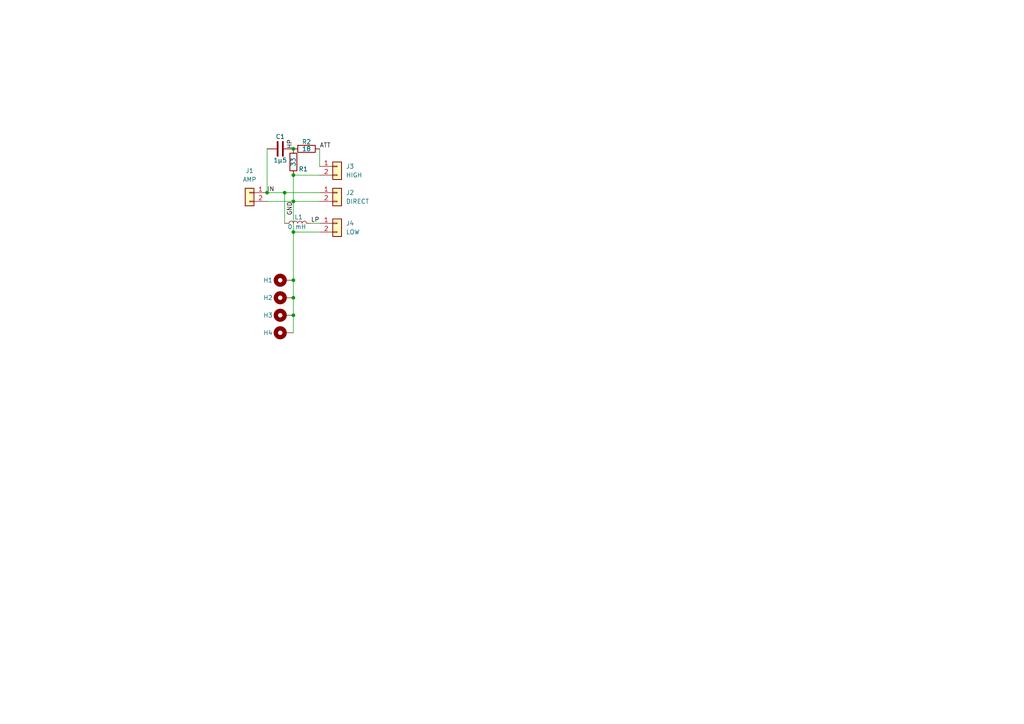
<source format=kicad_sch>
(kicad_sch (version 20231120) (generator "eeschema") (generator_version "8.0")
  (paper "A4")
  (title_block (title "TuchAudio L51p Passive Speaker Filter") (date "2025-08-07") (rev "v1.1") (company "@zuiko21") (comment 1 "f=7 kHz, HIGH pass att. -10 dB") (comment 2 "Tweeter: AD0140/T8") (comment 3 "Woofer: AD5060/W8 @DIRECT") (comment 4 "Powered by PHILIPS"))
  (lib_symbols
    (symbol "Connector_Generic:Conn_01x02" (pin_names (offset 1.016) hide)
      (property "Reference" "J" (at 0 2.54 0))
      (property "Value" "Conn_01x02" (at 0 -5.08 0))
      (symbol "Conn_01x02_1_1"
        (rectangle (start -1.27 -2.413) (end 0 -2.667) (stroke (width 0.1524)))
        (rectangle (start -1.27 0.127) (end 0 -0.127) (stroke (width 0.1524)))
        (rectangle (start -1.27 1.27) (end 1.27 -3.81) (stroke (width 0.254)) (fill (type background)))
        (pin passive line (at -5.08 0 0) (length 3.81) (name "Pin_1") (number "1"))
        (pin passive line (at -5.08 -2.54 0) (length 3.81) (name "Pin_2") (number "2"))
      )
    )
    (symbol "Device:C" (pin_numbers hide) (pin_names (offset 0.254))
      (property "Reference" "C" (at 0.635 2.54 0))
      (property "Value" "C" (at 0.635 -2.54 0))
      (symbol "C_0_1"
        (polyline (pts (xy -2.032 -0.762) (xy 2.032 -0.762)) (stroke (width 0.508)))
        (polyline (pts (xy -2.032 0.762) (xy 2.032 0.762)) (stroke (width 0.508)))
      )
      (symbol "C_1_1"
        (pin passive line (at 0 3.81 270) (length 2.794) (name "~") (number "1"))
        (pin passive line (at 0 -3.81 90) (length 2.794) (name "~") (number "2"))
      )
    )
    (symbol "Device:L" (pin_numbers hide) (pin_names (offset 1.016) hide)
      (property "Reference" "L" (at -1.27 0 90))
      (property "Value" "L" (at 1.905 0 90))
      (symbol "L_0_1"
        (arc (start 0 -2.54) (mid 0.6323 -1.905) (end 0 -1.27))
        (arc (start 0 -1.27) (mid 0.6323 -0.635) (end 0 0))
        (arc (start 0 0) (mid 0.6323 0.635) (end 0 1.27))
        (arc (start 0 1.27) (mid 0.6323 1.905) (end 0 2.54))
      )
      (symbol "L_1_1"
        (pin passive line (at 0 3.81 270) (length 1.27) (name "1") (number "1"))
        (pin passive line (at 0 -3.81 90) (length 1.27) (name "2") (number "2"))
      )
    )
    (symbol "Device:R" (pin_numbers hide) (pin_names (offset 0))
      (property "Reference" "R" (at 2.032 0 90))
      (property "Value" "R" (at 0 0 90))
      (symbol "R_0_1"
        (rectangle (start -1.016 -2.54) (end 1.016 2.54) (stroke (width 0.254)))
      )
      (symbol "R_1_1"
        (pin passive line (at 0 3.81 270) (length 1.27) (name "~") (number "1"))
        (pin passive line (at 0 -3.81 90) (length 1.27) (name "~") (number "2"))
      )
    )
    (symbol "Mechanical:MountingHole_Pad" (pin_numbers hide) (pin_names (offset 1.016) hide) (exclude_from_sim yes) (in_bom no)
      (property "Reference" "H" (at 0 6.35 0))
      (property "Value" "MountingHole_Pad" (at 0 4.445 0))
      (symbol "MountingHole_Pad_0_1"
        (circle (center 0 1.27) (radius 1.27) (stroke (width 1.27)))
      )
      (symbol "MountingHole_Pad_1_1"
        (pin input line (at 0 -2.54 90) (length 2.54) (name "1") (number "1"))
      )
    )
  )
  (junction (at 77.47 55.88))
  (junction (at 82.55 55.88))
  (junction (at 85.09 86.36))
  (junction (at 85.09 50.8))
  (junction (at 85.09 43.18))
  (junction (at 85.09 67.31))
  (junction (at 85.09 58.42))
  (junction (at 85.09 91.44))
  (junction (at 85.09 81.28))
  (wire (pts (xy 77.47 55.88) (xy 82.55 55.88)))
  (wire (pts (xy 90.17 64.77) (xy 92.71 64.77)))
  (wire (pts (xy 77.47 43.18) (xy 77.47 55.88)))
  (wire (pts (xy 82.55 55.88) (xy 82.55 64.77)))
  (wire (pts (xy 85.09 67.31) (xy 92.71 67.31)))
  (wire (pts (xy 85.09 50.8) (xy 92.71 50.8)))
  (wire (pts (xy 85.09 58.42) (xy 85.09 67.31)))
  (wire (pts (xy 82.55 55.88) (xy 92.71 55.88)))
  (wire (pts (xy 85.09 67.31) (xy 85.09 81.28)))
  (wire (pts (xy 85.09 81.28) (xy 85.09 86.36)))
  (wire (pts (xy 85.09 58.42) (xy 92.71 58.42)))
  (wire (pts (xy 92.71 43.18) (xy 92.71 48.26)))
  (wire (pts (xy 77.47 58.42) (xy 85.09 58.42)))
  (wire (pts (xy 85.09 50.8) (xy 85.09 58.42)))
  (wire (pts (xy 85.09 86.36) (xy 85.09 91.44)))
  (wire (pts (xy 85.09 91.44) (xy 85.09 96.52)))
  (label "LP" (at 90.17 64.77 0))
  (label "HP" (at 85.09 43.18 90))
  (label "GND" (at 85.09 58.42 270))
  (label "ATT" (at 92.71 43.18 0))
  (label "IN" (at 77.47 55.88 0))
  (symbol (lib_id "Mechanical:MountingHole_Pad") (at 82.55 91.44 90) (unit 1) (exclude_from_sim yes) (in_bom no)
    (property "Reference" "H3" (at 77.724 91.44 90))
    (property "Value" "MountingHole_Pad" (effects (hide yes)))
    (property "Footprint" "MountingHole:MountingHole_3.2mm_M3_DIN965_Pad" (effects (hide yes)))
    (property "Description" "Mounting Hole with connection" (effects (hide yes)))
  )
  (symbol (lib_id "Connector_Generic:Conn_01x02") (at 97.79 64.77 0) (unit 1)
    (property "Reference" "J4" (at 100.33 64.7699 0) (effects (justify left)))
    (property "Value" "LOW" (at 100.33 67.3099 0) (effects (justify left)))
    (property "Footprint" "TerminalBlock:TerminalBlock_MaiXu_MX126-5.0-02P_1x02_P5.00mm" (effects (hide yes)))
    (property "Description" "Generic connector, single row, 01x02, script generated (kicad-library-utils/schlib/autogen/connector/)" (effects (hide yes)))
  )
  (symbol (lib_id "Connector_Generic:Conn_01x02") (at 97.79 55.88 0) (unit 1)
    (property "Reference" "J2" (at 100.33 55.8799 0) (effects (justify left)))
    (property "Value" "DIRECT" (at 100.33 58.4199 0) (effects (justify left)))
    (property "Footprint" "TerminalBlock:TerminalBlock_MaiXu_MX126-5.0-02P_1x02_P5.00mm" (effects (hide yes)))
    (property "Description" "Generic connector, single row, 01x02, script generated (kicad-library-utils/schlib/autogen/connector/)" (effects (hide yes)))
  )
  (symbol (lib_id "Device:L") (at 86.36 64.77 90) (unit 1)
    (property "Reference" "L1" (at 86.614 62.992 90))
    (property "Value" "0 mH" (at 86.106 65.786 90))
    (property "Footprint" "Inductor_THT:L_Toroid_Vertical_L28.6mm_W14.3mm_P11.43mm_Bourns_5700" (effects (hide yes)))
    (property "Description" "Inductor" (effects (hide yes)))
  )
  (symbol (lib_id "Mechanical:MountingHole_Pad") (at 82.55 81.28 90) (unit 1) (exclude_from_sim yes) (in_bom no)
    (property "Reference" "H1" (at 77.724 81.28 90))
    (property "Value" "MountingHole_Pad" (effects (hide yes)))
    (property "Footprint" "MountingHole:MountingHole_3.2mm_M3_DIN965_Pad" (effects (hide yes)))
    (property "Description" "Mounting Hole with connection" (effects (hide yes)))
  )
  (symbol (lib_id "Connector_Generic:Conn_01x02") (at 72.39 55.88 0) (mirror y) (unit 1)
    (property "Reference" "J1" (at 72.39 49.53 0))
    (property "Value" "AMP" (at 72.39 52.07 0))
    (property "Footprint" "TerminalBlock:TerminalBlock_MaiXu_MX126-5.0-02P_1x02_P5.00mm" (effects (hide yes)))
    (property "Description" "Generic connector, single row, 01x02, script generated (kicad-library-utils/schlib/autogen/connector/)" (effects (hide yes)))
  )
  (symbol (lib_id "Mechanical:MountingHole_Pad") (at 82.55 96.52 90) (unit 1) (exclude_from_sim yes) (in_bom no)
    (property "Reference" "H4" (at 77.724 96.52 90))
    (property "Value" "MountingHole_Pad" (effects (hide yes)))
    (property "Footprint" "MountingHole:MountingHole_3.2mm_M3_DIN965_Pad" (effects (hide yes)))
    (property "Description" "Mounting Hole with connection" (effects (hide yes)))
  )
  (symbol (lib_id "Connector_Generic:Conn_01x02") (at 97.79 48.26 0) (unit 1)
    (property "Reference" "J3" (at 100.33 48.2599 0) (effects (justify left)))
    (property "Value" "HIGH" (at 100.33 50.7999 0) (effects (justify left)))
    (property "Footprint" "TerminalBlock:TerminalBlock_MaiXu_MX126-5.0-02P_1x02_P5.00mm" (effects (hide yes)))
    (property "Description" "Generic connector, single row, 01x02, script generated (kicad-library-utils/schlib/autogen/connector/)" (effects (hide yes)))
  )
  (symbol (lib_id "Device:C") (at 81.28 43.18 90) (unit 1)
    (property "Reference" "C1" (at 81.28 39.624 90))
    (property "Value" "1µ5" (at 81.28 46.482 90))
    (property "Footprint" "Capacitor_THT:CP_Axial_L30.0mm_D15.0mm_P35.00mm_Horizontal" (effects (hide yes)))
    (property "Description" "Unpolarized capacitor" (effects (hide yes)))
  )
  (symbol (lib_id "Mechanical:MountingHole_Pad") (at 82.55 86.36 90) (unit 1) (exclude_from_sim yes) (in_bom no)
    (property "Reference" "H2" (at 77.724 86.36 90))
    (property "Value" "MountingHole_Pad" (effects (hide yes)))
    (property "Footprint" "MountingHole:MountingHole_3.2mm_M3_DIN965_Pad" (effects (hide yes)))
    (property "Description" "Mounting Hole with connection" (effects (hide yes)))
  )
  (symbol (lib_id "Device:R") (at 88.9 43.18 90) (unit 1)
    (property "Reference" "R2" (at 88.9 41.148 90))
    (property "Value" "18" (at 88.9 43.18 90))
    (property "Footprint" "Resistor_THT:R_Axial_DIN0617_L17.0mm_D6.0mm_P20.32mm_Horizontal" (effects (hide yes)))
    (property "Description" "Resistor" (effects (hide yes)))
  )
  (symbol (lib_id "Device:R") (at 85.09 46.99 180) (unit 1)
    (property "Reference" "R1" (at 86.614 49.022 0) (effects (justify right)))
    (property "Value" "33" (at 85.09 46.99 90))
    (property "Footprint" "Resistor_THT:R_Axial_DIN0617_L17.0mm_D6.0mm_P20.32mm_Horizontal" (effects (hide yes)))
    (property "Description" "Resistor" (effects (hide yes)))
  )
)
</source>
